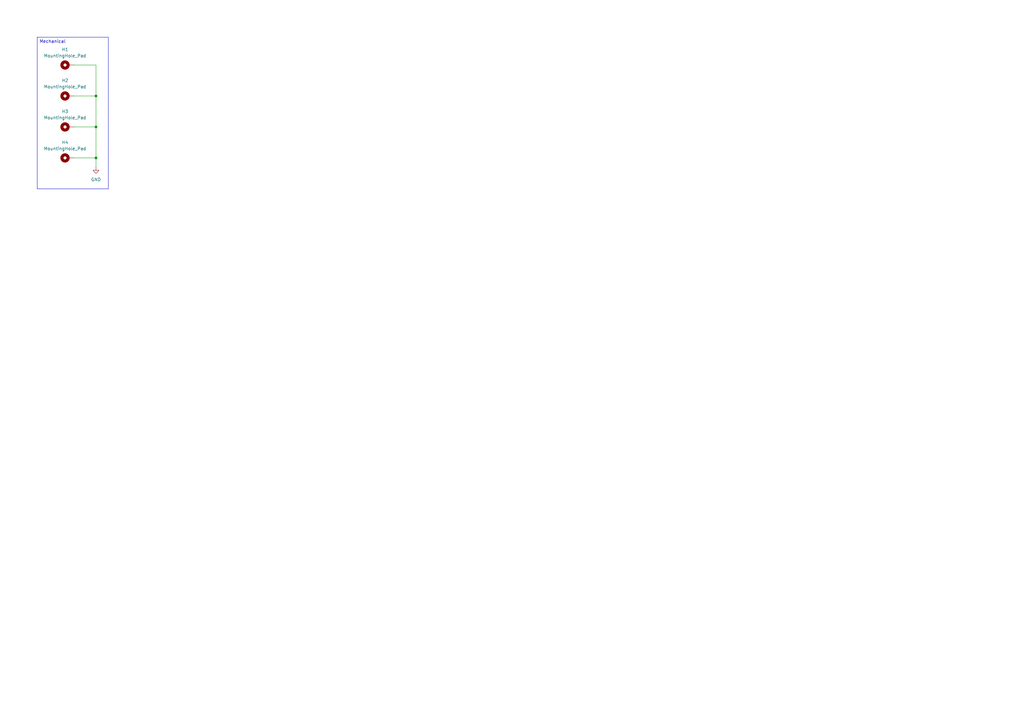
<source format=kicad_sch>
(kicad_sch (version 20230121) (generator eeschema)

  (uuid 1f7725d5-ce5c-46ec-97de-0f35952beb3f)

  (paper "A3")

  (lib_symbols
    (symbol "Mechanical:MountingHole_Pad" (pin_numbers hide) (pin_names (offset 1.016) hide) (in_bom yes) (on_board yes)
      (property "Reference" "H" (at 0 6.35 0)
        (effects (font (size 1.27 1.27)))
      )
      (property "Value" "MountingHole_Pad" (at 0 4.445 0)
        (effects (font (size 1.27 1.27)))
      )
      (property "Footprint" "" (at 0 0 0)
        (effects (font (size 1.27 1.27)) hide)
      )
      (property "Datasheet" "~" (at 0 0 0)
        (effects (font (size 1.27 1.27)) hide)
      )
      (property "ki_keywords" "mounting hole" (at 0 0 0)
        (effects (font (size 1.27 1.27)) hide)
      )
      (property "ki_description" "Mounting Hole with connection" (at 0 0 0)
        (effects (font (size 1.27 1.27)) hide)
      )
      (property "ki_fp_filters" "MountingHole*Pad*" (at 0 0 0)
        (effects (font (size 1.27 1.27)) hide)
      )
      (symbol "MountingHole_Pad_0_1"
        (circle (center 0 1.27) (radius 1.27)
          (stroke (width 1.27) (type default))
          (fill (type none))
        )
      )
      (symbol "MountingHole_Pad_1_1"
        (pin input line (at 0 -2.54 90) (length 2.54)
          (name "1" (effects (font (size 1.27 1.27))))
          (number "1" (effects (font (size 1.27 1.27))))
        )
      )
    )
    (symbol "power:GND" (power) (pin_names (offset 0)) (in_bom yes) (on_board yes)
      (property "Reference" "#PWR" (at 0 -6.35 0)
        (effects (font (size 1.27 1.27)) hide)
      )
      (property "Value" "GND" (at 0 -3.81 0)
        (effects (font (size 1.27 1.27)))
      )
      (property "Footprint" "" (at 0 0 0)
        (effects (font (size 1.27 1.27)) hide)
      )
      (property "Datasheet" "" (at 0 0 0)
        (effects (font (size 1.27 1.27)) hide)
      )
      (property "ki_keywords" "global power" (at 0 0 0)
        (effects (font (size 1.27 1.27)) hide)
      )
      (property "ki_description" "Power symbol creates a global label with name \"GND\" , ground" (at 0 0 0)
        (effects (font (size 1.27 1.27)) hide)
      )
      (symbol "GND_0_1"
        (polyline
          (pts
            (xy 0 0)
            (xy 0 -1.27)
            (xy 1.27 -1.27)
            (xy 0 -2.54)
            (xy -1.27 -1.27)
            (xy 0 -1.27)
          )
          (stroke (width 0) (type default))
          (fill (type none))
        )
      )
      (symbol "GND_1_1"
        (pin power_in line (at 0 0 270) (length 0) hide
          (name "GND" (effects (font (size 1.27 1.27))))
          (number "1" (effects (font (size 1.27 1.27))))
        )
      )
    )
  )

  (junction (at 39.37 52.07) (diameter 0) (color 0 0 0 0)
    (uuid 08aba3e9-9b13-45a1-bc99-bd616175b6aa)
  )
  (junction (at 39.37 64.77) (diameter 0) (color 0 0 0 0)
    (uuid 4955e1da-7db2-46b1-81a1-bcad466aca95)
  )
  (junction (at 39.37 39.37) (diameter 0) (color 0 0 0 0)
    (uuid 6ebe06fc-ce9d-4fba-bc26-d114d51d4910)
  )

  (wire (pts (xy 30.48 26.67) (xy 39.37 26.67))
    (stroke (width 0) (type default))
    (uuid 1fc28737-b2a5-47c8-814e-799e8d96f164)
  )
  (wire (pts (xy 39.37 26.67) (xy 39.37 39.37))
    (stroke (width 0) (type default))
    (uuid 26f30cc0-ccd7-401a-aca5-13871d7fe177)
  )
  (wire (pts (xy 39.37 52.07) (xy 39.37 64.77))
    (stroke (width 0) (type default))
    (uuid 4aa12510-50bd-4382-9ee1-32630889b6bf)
  )
  (wire (pts (xy 30.48 39.37) (xy 39.37 39.37))
    (stroke (width 0) (type default))
    (uuid 4c200201-9715-4961-8f09-e01036ef9305)
  )
  (wire (pts (xy 39.37 64.77) (xy 39.37 68.58))
    (stroke (width 0) (type default))
    (uuid 82d39ce3-9738-4caa-b9aa-7fc344a4d071)
  )
  (wire (pts (xy 30.48 52.07) (xy 39.37 52.07))
    (stroke (width 0) (type default))
    (uuid aae4bc98-458f-44b7-99c4-45bc11ca95c1)
  )
  (wire (pts (xy 39.37 39.37) (xy 39.37 52.07))
    (stroke (width 0) (type default))
    (uuid b3dff30d-0aa6-4070-bca1-471582f33f4b)
  )
  (wire (pts (xy 39.37 64.77) (xy 30.48 64.77))
    (stroke (width 0) (type default))
    (uuid cafb6a4c-ecb4-4b99-bfdb-d8721cf77ac6)
  )

  (text_box "Mechanical"
    (at 15.24 15.24 0) (size 29.21 62.23)
    (stroke (width 0) (type default))
    (fill (type none))
    (effects (font (size 1.27 1.27)) (justify left top))
    (uuid 0b71707a-665a-4a25-9311-da2e059603c5)
  )

  (symbol (lib_id "Mechanical:MountingHole_Pad") (at 27.94 52.07 90) (unit 1)
    (in_bom no) (on_board yes) (dnp no) (fields_autoplaced)
    (uuid 006ab9e5-7b57-4ccd-a580-85f9d104edd5)
    (property "Reference" "H3" (at 26.67 45.72 90)
      (effects (font (size 1.27 1.27)))
    )
    (property "Value" "MountingHole_Pad" (at 26.67 48.26 90)
      (effects (font (size 1.27 1.27)))
    )
    (property "Footprint" "MountingHole:MountingHole_3.2mm_M3_DIN965_Pad_TopBottom" (at 27.94 52.07 0)
      (effects (font (size 1.27 1.27)) hide)
    )
    (property "Datasheet" "~" (at 27.94 52.07 0)
      (effects (font (size 1.27 1.27)) hide)
    )
    (pin "1" (uuid c74bad89-df8a-47fc-89ea-a7e318a011ce))
    (instances
      (project "xcb-2024-bottom"
        (path "/1f7725d5-ce5c-46ec-97de-0f35952beb3f"
          (reference "H3") (unit 1)
        )
      )
    )
  )

  (symbol (lib_id "Mechanical:MountingHole_Pad") (at 27.94 39.37 90) (unit 1)
    (in_bom no) (on_board yes) (dnp no) (fields_autoplaced)
    (uuid 31a76895-22e6-40ff-b323-6f22ac407438)
    (property "Reference" "H2" (at 26.67 33.02 90)
      (effects (font (size 1.27 1.27)))
    )
    (property "Value" "MountingHole_Pad" (at 26.67 35.56 90)
      (effects (font (size 1.27 1.27)))
    )
    (property "Footprint" "MountingHole:MountingHole_3.2mm_M3_DIN965_Pad_TopBottom" (at 27.94 39.37 0)
      (effects (font (size 1.27 1.27)) hide)
    )
    (property "Datasheet" "~" (at 27.94 39.37 0)
      (effects (font (size 1.27 1.27)) hide)
    )
    (pin "1" (uuid c15bb7ba-58e1-419d-ad00-f7f6b7be363c))
    (instances
      (project "xcb-2024-bottom"
        (path "/1f7725d5-ce5c-46ec-97de-0f35952beb3f"
          (reference "H2") (unit 1)
        )
      )
    )
  )

  (symbol (lib_id "power:GND") (at 39.37 68.58 0) (unit 1)
    (in_bom yes) (on_board yes) (dnp no) (fields_autoplaced)
    (uuid e041c89d-d6dc-43e1-b6eb-7331ff79cdce)
    (property "Reference" "#PWR045" (at 39.37 74.93 0)
      (effects (font (size 1.27 1.27)) hide)
    )
    (property "Value" "GND" (at 39.37 73.66 0)
      (effects (font (size 1.27 1.27)))
    )
    (property "Footprint" "" (at 39.37 68.58 0)
      (effects (font (size 1.27 1.27)) hide)
    )
    (property "Datasheet" "" (at 39.37 68.58 0)
      (effects (font (size 1.27 1.27)) hide)
    )
    (pin "1" (uuid e7999e4d-8d83-4613-ad00-db52d558ed05))
    (instances
      (project "xcb-2024-bottom"
        (path "/1f7725d5-ce5c-46ec-97de-0f35952beb3f"
          (reference "#PWR045") (unit 1)
        )
      )
    )
  )

  (symbol (lib_id "Mechanical:MountingHole_Pad") (at 27.94 64.77 90) (unit 1)
    (in_bom no) (on_board yes) (dnp no) (fields_autoplaced)
    (uuid e9035bf4-86ae-4f5a-8713-347ba40c4d3f)
    (property "Reference" "H4" (at 26.67 58.42 90)
      (effects (font (size 1.27 1.27)))
    )
    (property "Value" "MountingHole_Pad" (at 26.67 60.96 90)
      (effects (font (size 1.27 1.27)))
    )
    (property "Footprint" "MountingHole:MountingHole_3.2mm_M3_DIN965_Pad_TopBottom" (at 27.94 64.77 0)
      (effects (font (size 1.27 1.27)) hide)
    )
    (property "Datasheet" "~" (at 27.94 64.77 0)
      (effects (font (size 1.27 1.27)) hide)
    )
    (pin "1" (uuid 2b876ee8-84ac-4938-a6b4-501ec7283af7))
    (instances
      (project "xcb-2024-bottom"
        (path "/1f7725d5-ce5c-46ec-97de-0f35952beb3f"
          (reference "H4") (unit 1)
        )
      )
    )
  )

  (symbol (lib_id "Mechanical:MountingHole_Pad") (at 27.94 26.67 90) (unit 1)
    (in_bom no) (on_board yes) (dnp no) (fields_autoplaced)
    (uuid f3a417d5-19f3-4721-8d8e-ec012d2f8a3b)
    (property "Reference" "H1" (at 26.67 20.32 90)
      (effects (font (size 1.27 1.27)))
    )
    (property "Value" "MountingHole_Pad" (at 26.67 22.86 90)
      (effects (font (size 1.27 1.27)))
    )
    (property "Footprint" "MountingHole:MountingHole_3.2mm_M3_DIN965_Pad_TopBottom" (at 27.94 26.67 0)
      (effects (font (size 1.27 1.27)) hide)
    )
    (property "Datasheet" "~" (at 27.94 26.67 0)
      (effects (font (size 1.27 1.27)) hide)
    )
    (pin "1" (uuid 36ed60ad-7be7-44e2-90a4-d3dd66379dc2))
    (instances
      (project "xcb-2024-bottom"
        (path "/1f7725d5-ce5c-46ec-97de-0f35952beb3f"
          (reference "H1") (unit 1)
        )
      )
    )
  )

  (sheet_instances
    (path "/" (page "1"))
  )
)

</source>
